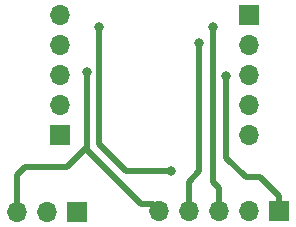
<source format=gbr>
%TF.GenerationSoftware,KiCad,Pcbnew,7.0.8-7.0.8~ubuntu22.04.1*%
%TF.CreationDate,2023-10-12T06:41:05+02:00*%
%TF.ProjectId,st_adap,73745f61-6461-4702-9e6b-696361645f70,rev?*%
%TF.SameCoordinates,Original*%
%TF.FileFunction,Copper,L2,Bot*%
%TF.FilePolarity,Positive*%
%FSLAX46Y46*%
G04 Gerber Fmt 4.6, Leading zero omitted, Abs format (unit mm)*
G04 Created by KiCad (PCBNEW 7.0.8-7.0.8~ubuntu22.04.1) date 2023-10-12 06:41:05*
%MOMM*%
%LPD*%
G01*
G04 APERTURE LIST*
%TA.AperFunction,ComponentPad*%
%ADD10R,1.700000X1.700000*%
%TD*%
%TA.AperFunction,ComponentPad*%
%ADD11O,1.700000X1.700000*%
%TD*%
%TA.AperFunction,ViaPad*%
%ADD12C,0.800000*%
%TD*%
%TA.AperFunction,Conductor*%
%ADD13C,0.500000*%
%TD*%
G04 APERTURE END LIST*
D10*
%TO.P,J5,1,Pin_1*%
%TO.N,/T_VCP_TX*%
X201480000Y-114600000D03*
D11*
%TO.P,J5,2,Pin_2*%
%TO.N,/T_VCP_RX*%
X198940000Y-114600000D03*
%TO.P,J5,3,Pin_3*%
%TO.N,/GND2*%
X196400000Y-114600000D03*
%TD*%
D10*
%TO.P,J2,1,Pin_1*%
%TO.N,/T_JTMS{slash}T_SWDIO*%
X216000000Y-98000000D03*
D11*
%TO.P,J2,2,Pin_2*%
%TO.N,/T_JCLK{slash}T_SWCLK*%
X216000000Y-100540000D03*
%TO.P,J2,3,Pin_3*%
%TO.N,/T_JTDO{slash}T_SWO*%
X216000000Y-103080000D03*
%TO.P,J2,4,Pin_4*%
%TO.N,/T_JTDI{slash}NC*%
X216000000Y-105620000D03*
%TO.P,J2,5,Pin_5*%
%TO.N,/T_NRST*%
X216000000Y-108160000D03*
%TD*%
D10*
%TO.P,J4,1,Pin_1*%
%TO.N,/T_JTDO{slash}T_SWO*%
X218550000Y-114550000D03*
D11*
%TO.P,J4,2,Pin_2*%
%TO.N,/T_VCC*%
X216010000Y-114550000D03*
%TO.P,J4,3,Pin_3*%
%TO.N,/T_JTMS{slash}T_SWDIO*%
X213470000Y-114550000D03*
%TO.P,J4,4,Pin_4*%
%TO.N,/T_JCLK{slash}T_SWCLK*%
X210930000Y-114550000D03*
%TO.P,J4,5,Pin_5*%
%TO.N,/GND2*%
X208390000Y-114550000D03*
%TD*%
D10*
%TO.P,J3,1,Pin_1*%
%TO.N,/GNDDETECT*%
X200000000Y-108160000D03*
D11*
%TO.P,J3,2,Pin_2*%
%TO.N,/T_JRCLK*%
X200000000Y-105620000D03*
%TO.P,J3,3,Pin_3*%
%TO.N,/GND2*%
X200000000Y-103080000D03*
%TO.P,J3,4,Pin_4*%
%TO.N,/GND1*%
X200000000Y-100540000D03*
%TO.P,J3,5,Pin_5*%
%TO.N,/T_VCC*%
X200000000Y-98000000D03*
%TD*%
D12*
%TO.N,/T_VCC*%
X203300000Y-99000000D03*
X209450000Y-111200000D03*
%TO.N,/T_JTMS{slash}T_SWDIO*%
X213000000Y-99000000D03*
%TO.N,/T_JCLK{slash}T_SWCLK*%
X211800000Y-100300000D03*
%TO.N,/T_JTDO{slash}T_SWO*%
X214100000Y-103100000D03*
%TO.N,/GND2*%
X202300000Y-102800000D03*
%TD*%
D13*
%TO.N,/T_VCC*%
X203300000Y-108900000D02*
X203300000Y-99000000D01*
X209450000Y-111200000D02*
X205600000Y-111200000D01*
X205600000Y-111200000D02*
X203300000Y-108900000D01*
%TO.N,/T_JTMS{slash}T_SWDIO*%
X213470000Y-112575000D02*
X212995000Y-112100000D01*
X213470000Y-114550000D02*
X213470000Y-112575000D01*
X212995000Y-99005000D02*
X213000000Y-99000000D01*
X212995000Y-112100000D02*
X212995000Y-99005000D01*
%TO.N,/T_JCLK{slash}T_SWCLK*%
X211800000Y-111200000D02*
X211800000Y-110900000D01*
X210930000Y-114550000D02*
X210930000Y-112070000D01*
X211800000Y-110900000D02*
X211800000Y-100300000D01*
X210930000Y-112070000D02*
X211800000Y-111200000D01*
%TO.N,/T_JTDO{slash}T_SWO*%
X217000000Y-111700000D02*
X218550000Y-113250000D01*
X215775000Y-111700000D02*
X217000000Y-111700000D01*
X214100000Y-110025000D02*
X215775000Y-111700000D01*
X214100000Y-110025000D02*
X214100000Y-103100000D01*
X218550000Y-113250000D02*
X218550000Y-114550000D01*
%TO.N,/GND2*%
X199170000Y-110830000D02*
X197970000Y-110830000D01*
X201580000Y-109880000D02*
X202180000Y-109280000D01*
X202300000Y-109160000D02*
X202300000Y-108600000D01*
X202300000Y-109400000D02*
X202300000Y-108600000D01*
X202800000Y-109900000D02*
X202180000Y-109280000D01*
X202180000Y-109280000D02*
X202300000Y-109160000D01*
X199170000Y-110830000D02*
X200630000Y-110830000D01*
X197070000Y-110830000D02*
X197970000Y-110830000D01*
X201580000Y-109880000D02*
X202300000Y-109160000D01*
X196400000Y-114600000D02*
X196400000Y-111500000D01*
X200630000Y-110830000D02*
X201580000Y-109880000D01*
X207915000Y-114000000D02*
X206900000Y-114000000D01*
X202800000Y-109900000D02*
X202300000Y-109400000D01*
X196400000Y-111500000D02*
X197070000Y-110830000D01*
X206900000Y-114000000D02*
X202800000Y-109900000D01*
X202300000Y-109160000D02*
X202300000Y-109400000D01*
X202300000Y-108600000D02*
X202300000Y-102800000D01*
%TD*%
M02*

</source>
